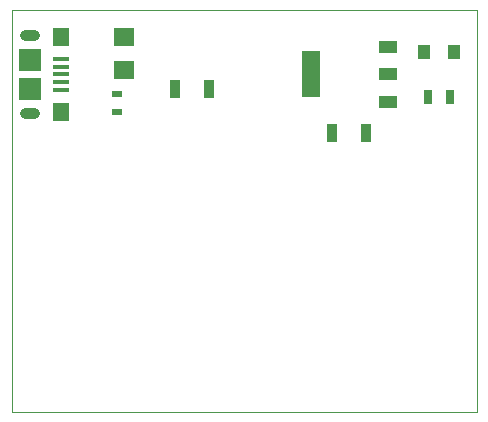
<source format=gtp>
G75*
%MOIN*%
%OFA0B0*%
%FSLAX25Y25*%
%IPPOS*%
%LPD*%
%AMOC8*
5,1,8,0,0,1.08239X$1,22.5*
%
%ADD10C,0.00000*%
%ADD11R,0.05315X0.01575*%
%ADD12R,0.05512X0.06299*%
%ADD13R,0.07480X0.07480*%
%ADD14C,0.03543*%
%ADD15R,0.05906X0.15748*%
%ADD16R,0.05906X0.03937*%
%ADD17R,0.07087X0.06299*%
%ADD18R,0.03543X0.02362*%
%ADD19R,0.04331X0.04921*%
%ADD20R,0.02756X0.05118*%
%ADD21R,0.03543X0.06299*%
D10*
X0001500Y0001500D02*
X0001500Y0135500D01*
X0156500Y0135500D01*
X0156500Y0001500D01*
X0001500Y0001500D01*
D11*
X0018000Y0108882D03*
X0018000Y0111441D03*
X0018000Y0114000D03*
X0018000Y0116559D03*
X0018000Y0119118D03*
D12*
X0018000Y0126598D03*
X0018000Y0101402D03*
D13*
X0007469Y0109276D03*
X0007469Y0118724D03*
D14*
X0008866Y0126992D02*
X0008866Y0126992D01*
X0006110Y0126992D01*
X0006110Y0126992D01*
X0008866Y0126992D01*
X0008866Y0101008D02*
X0008866Y0101008D01*
X0006110Y0101008D01*
X0006110Y0101008D01*
X0008866Y0101008D01*
D15*
X0101205Y0114000D03*
D16*
X0126795Y0114000D03*
X0126795Y0123055D03*
X0126795Y0104945D03*
D17*
X0039000Y0115488D03*
X0039000Y0126512D03*
D18*
X0036500Y0107453D03*
X0036500Y0101547D03*
D19*
X0139079Y0121500D03*
X0148921Y0121500D03*
D20*
X0147740Y0106500D03*
X0140260Y0106500D03*
D21*
X0119709Y0094500D03*
X0108291Y0094500D03*
X0067209Y0109000D03*
X0055791Y0109000D03*
M02*

</source>
